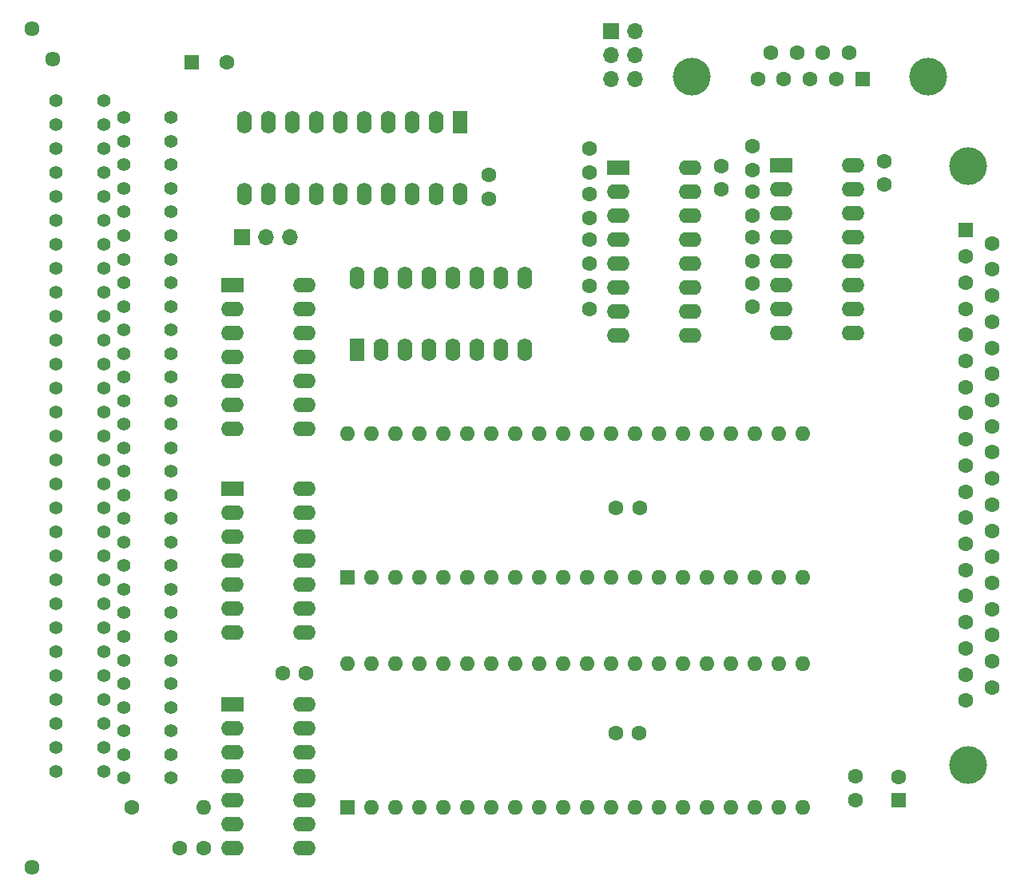
<source format=gbr>
%TF.GenerationSoftware,KiCad,Pcbnew,(5.1.10)-1*%
%TF.CreationDate,2025-03-09T14:01:04+01:00*%
%TF.ProjectId,EA-Modul,45412d4d-6f64-4756-9c2e-6b696361645f,rev?*%
%TF.SameCoordinates,Original*%
%TF.FileFunction,Soldermask,Top*%
%TF.FilePolarity,Negative*%
%FSLAX46Y46*%
G04 Gerber Fmt 4.6, Leading zero omitted, Abs format (unit mm)*
G04 Created by KiCad (PCBNEW (5.1.10)-1) date 2025-03-09 14:01:04*
%MOMM*%
%LPD*%
G01*
G04 APERTURE LIST*
%ADD10O,1.600000X1.600000*%
%ADD11R,1.600000X1.600000*%
%ADD12C,1.600000*%
%ADD13O,2.400000X1.600000*%
%ADD14R,2.400000X1.600000*%
%ADD15O,1.600000X2.400000*%
%ADD16R,1.600000X2.400000*%
%ADD17C,4.000000*%
%ADD18O,1.700000X1.700000*%
%ADD19R,1.700000X1.700000*%
%ADD20C,1.610000*%
%ADD21C,1.400000*%
G04 APERTURE END LIST*
D10*
%TO.C,U3*%
X91694000Y-116332000D03*
X139954000Y-131572000D03*
X94234000Y-116332000D03*
X137414000Y-131572000D03*
X96774000Y-116332000D03*
X134874000Y-131572000D03*
X99314000Y-116332000D03*
X132334000Y-131572000D03*
X101854000Y-116332000D03*
X129794000Y-131572000D03*
X104394000Y-116332000D03*
X127254000Y-131572000D03*
X106934000Y-116332000D03*
X124714000Y-131572000D03*
X109474000Y-116332000D03*
X122174000Y-131572000D03*
X112014000Y-116332000D03*
X119634000Y-131572000D03*
X114554000Y-116332000D03*
X117094000Y-131572000D03*
X117094000Y-116332000D03*
X114554000Y-131572000D03*
X119634000Y-116332000D03*
X112014000Y-131572000D03*
X122174000Y-116332000D03*
X109474000Y-131572000D03*
X124714000Y-116332000D03*
X106934000Y-131572000D03*
X127254000Y-116332000D03*
X104394000Y-131572000D03*
X129794000Y-116332000D03*
X101854000Y-131572000D03*
X132334000Y-116332000D03*
X99314000Y-131572000D03*
X134874000Y-116332000D03*
X96774000Y-131572000D03*
X137414000Y-116332000D03*
X94234000Y-131572000D03*
X139954000Y-116332000D03*
D11*
X91694000Y-131572000D03*
%TD*%
D10*
%TO.C,R1*%
X76454000Y-131572000D03*
D12*
X68834000Y-131572000D03*
%TD*%
%TO.C,C18*%
X117348000Y-64222000D03*
X117348000Y-61722000D03*
%TD*%
%TO.C,C17*%
X134620000Y-63968000D03*
X134620000Y-61468000D03*
%TD*%
%TO.C,C16*%
X117348000Y-76240000D03*
X117348000Y-78740000D03*
%TD*%
%TO.C,C15*%
X134620000Y-75986000D03*
X134620000Y-78486000D03*
%TD*%
%TO.C,C14*%
X117348000Y-73874000D03*
X117348000Y-71374000D03*
%TD*%
%TO.C,C13*%
X134620000Y-73620000D03*
X134620000Y-71120000D03*
%TD*%
%TO.C,C12*%
X117348000Y-69048000D03*
X117348000Y-66548000D03*
%TD*%
%TO.C,C11*%
X134620000Y-68794000D03*
X134620000Y-66294000D03*
%TD*%
D13*
%TO.C,U9*%
X128016000Y-63754000D03*
X120396000Y-81534000D03*
X128016000Y-66294000D03*
X120396000Y-78994000D03*
X128016000Y-68834000D03*
X120396000Y-76454000D03*
X128016000Y-71374000D03*
X120396000Y-73914000D03*
X128016000Y-73914000D03*
X120396000Y-71374000D03*
X128016000Y-76454000D03*
X120396000Y-68834000D03*
X128016000Y-78994000D03*
X120396000Y-66294000D03*
X128016000Y-81534000D03*
D14*
X120396000Y-63754000D03*
%TD*%
D13*
%TO.C,U8*%
X145288000Y-63500000D03*
X137668000Y-81280000D03*
X145288000Y-66040000D03*
X137668000Y-78740000D03*
X145288000Y-68580000D03*
X137668000Y-76200000D03*
X145288000Y-71120000D03*
X137668000Y-73660000D03*
X145288000Y-73660000D03*
X137668000Y-71120000D03*
X145288000Y-76200000D03*
X137668000Y-68580000D03*
X145288000Y-78740000D03*
X137668000Y-66040000D03*
X145288000Y-81280000D03*
D14*
X137668000Y-63500000D03*
%TD*%
D13*
%TO.C,U7*%
X87122000Y-76200000D03*
X79502000Y-91440000D03*
X87122000Y-78740000D03*
X79502000Y-88900000D03*
X87122000Y-81280000D03*
X79502000Y-86360000D03*
X87122000Y-83820000D03*
X79502000Y-83820000D03*
X87122000Y-86360000D03*
X79502000Y-81280000D03*
X87122000Y-88900000D03*
X79502000Y-78740000D03*
X87122000Y-91440000D03*
D14*
X79502000Y-76200000D03*
%TD*%
D15*
%TO.C,U6*%
X92710000Y-75438000D03*
X110490000Y-83058000D03*
X95250000Y-75438000D03*
X107950000Y-83058000D03*
X97790000Y-75438000D03*
X105410000Y-83058000D03*
X100330000Y-75438000D03*
X102870000Y-83058000D03*
X102870000Y-75438000D03*
X100330000Y-83058000D03*
X105410000Y-75438000D03*
X97790000Y-83058000D03*
X107950000Y-75438000D03*
X95250000Y-83058000D03*
X110490000Y-75438000D03*
D16*
X92710000Y-83058000D03*
%TD*%
D13*
%TO.C,U5*%
X87122000Y-120650000D03*
X79502000Y-135890000D03*
X87122000Y-123190000D03*
X79502000Y-133350000D03*
X87122000Y-125730000D03*
X79502000Y-130810000D03*
X87122000Y-128270000D03*
X79502000Y-128270000D03*
X87122000Y-130810000D03*
X79502000Y-125730000D03*
X87122000Y-133350000D03*
X79502000Y-123190000D03*
X87122000Y-135890000D03*
D14*
X79502000Y-120650000D03*
%TD*%
D13*
%TO.C,U4*%
X87122000Y-97790000D03*
X79502000Y-113030000D03*
X87122000Y-100330000D03*
X79502000Y-110490000D03*
X87122000Y-102870000D03*
X79502000Y-107950000D03*
X87122000Y-105410000D03*
X79502000Y-105410000D03*
X87122000Y-107950000D03*
X79502000Y-102870000D03*
X87122000Y-110490000D03*
X79502000Y-100330000D03*
X87122000Y-113030000D03*
D14*
X79502000Y-97790000D03*
%TD*%
D10*
%TO.C,U2*%
X91694000Y-91948000D03*
X139954000Y-107188000D03*
X94234000Y-91948000D03*
X137414000Y-107188000D03*
X96774000Y-91948000D03*
X134874000Y-107188000D03*
X99314000Y-91948000D03*
X132334000Y-107188000D03*
X101854000Y-91948000D03*
X129794000Y-107188000D03*
X104394000Y-91948000D03*
X127254000Y-107188000D03*
X106934000Y-91948000D03*
X124714000Y-107188000D03*
X109474000Y-91948000D03*
X122174000Y-107188000D03*
X112014000Y-91948000D03*
X119634000Y-107188000D03*
X114554000Y-91948000D03*
X117094000Y-107188000D03*
X117094000Y-91948000D03*
X114554000Y-107188000D03*
X119634000Y-91948000D03*
X112014000Y-107188000D03*
X122174000Y-91948000D03*
X109474000Y-107188000D03*
X124714000Y-91948000D03*
X106934000Y-107188000D03*
X127254000Y-91948000D03*
X104394000Y-107188000D03*
X129794000Y-91948000D03*
X101854000Y-107188000D03*
X132334000Y-91948000D03*
X99314000Y-107188000D03*
X134874000Y-91948000D03*
X96774000Y-107188000D03*
X137414000Y-91948000D03*
X94234000Y-107188000D03*
X139954000Y-91948000D03*
D11*
X91694000Y-107188000D03*
%TD*%
D15*
%TO.C,U1*%
X103632000Y-66548000D03*
X80772000Y-58928000D03*
X101092000Y-66548000D03*
X83312000Y-58928000D03*
X98552000Y-66548000D03*
X85852000Y-58928000D03*
X96012000Y-66548000D03*
X88392000Y-58928000D03*
X93472000Y-66548000D03*
X90932000Y-58928000D03*
X90932000Y-66548000D03*
X93472000Y-58928000D03*
X88392000Y-66548000D03*
X96012000Y-58928000D03*
X85852000Y-66548000D03*
X98552000Y-58928000D03*
X83312000Y-66548000D03*
X101092000Y-58928000D03*
X80772000Y-66548000D03*
D16*
X103632000Y-58928000D03*
%TD*%
D17*
%TO.C,J4*%
X128264000Y-54056000D03*
X153264000Y-54056000D03*
D12*
X136609000Y-51516000D03*
X139379000Y-51516000D03*
X142149000Y-51516000D03*
X144919000Y-51516000D03*
X135224000Y-54356000D03*
X137994000Y-54356000D03*
X140764000Y-54356000D03*
X143534000Y-54356000D03*
D11*
X146304000Y-54356000D03*
%TD*%
D18*
%TO.C,J3*%
X122174000Y-54356000D03*
X119634000Y-54356000D03*
X122174000Y-51816000D03*
X119634000Y-51816000D03*
X122174000Y-49276000D03*
D19*
X119634000Y-49276000D03*
%TD*%
D18*
%TO.C,J2*%
X85598000Y-71120000D03*
X83058000Y-71120000D03*
D19*
X80518000Y-71120000D03*
%TD*%
D17*
%TO.C,J1*%
X157526000Y-63538000D03*
X157526000Y-127038000D03*
D12*
X160066000Y-118833000D03*
X160066000Y-116063000D03*
X160066000Y-113293000D03*
X160066000Y-110523000D03*
X160066000Y-107753000D03*
X160066000Y-104983000D03*
X160066000Y-102213000D03*
X160066000Y-99443000D03*
X160066000Y-96673000D03*
X160066000Y-93903000D03*
X160066000Y-91133000D03*
X160066000Y-88363000D03*
X160066000Y-85593000D03*
X160066000Y-82823000D03*
X160066000Y-80053000D03*
X160066000Y-77283000D03*
X160066000Y-74513000D03*
X160066000Y-71743000D03*
X157226000Y-120218000D03*
X157226000Y-117448000D03*
X157226000Y-114678000D03*
X157226000Y-111908000D03*
X157226000Y-109138000D03*
X157226000Y-106368000D03*
X157226000Y-103598000D03*
X157226000Y-100828000D03*
X157226000Y-98058000D03*
X157226000Y-95288000D03*
X157226000Y-92518000D03*
X157226000Y-89748000D03*
X157226000Y-86978000D03*
X157226000Y-84208000D03*
X157226000Y-81438000D03*
X157226000Y-78668000D03*
X157226000Y-75898000D03*
X157226000Y-73128000D03*
D11*
X157226000Y-70358000D03*
%TD*%
D12*
%TO.C,C10*%
X122682000Y-99822000D03*
X120182000Y-99822000D03*
%TD*%
%TO.C,C9*%
X106680000Y-67016000D03*
X106680000Y-64516000D03*
%TD*%
%TO.C,C8*%
X145542000Y-130770000D03*
X145542000Y-128270000D03*
%TD*%
%TO.C,C7*%
X148590000Y-63032000D03*
X148590000Y-65532000D03*
%TD*%
%TO.C,C6*%
X150114000Y-128310000D03*
D11*
X150114000Y-130810000D03*
%TD*%
D12*
%TO.C,C5*%
X122642000Y-123698000D03*
X120142000Y-123698000D03*
%TD*%
%TO.C,C4*%
X73954000Y-135890000D03*
X76454000Y-135890000D03*
%TD*%
%TO.C,C3*%
X87336000Y-117348000D03*
X84836000Y-117348000D03*
%TD*%
%TO.C,C2*%
X131318000Y-63540000D03*
X131318000Y-66040000D03*
%TD*%
%TO.C,C1*%
X78984000Y-52578000D03*
D11*
X75184000Y-52578000D03*
%TD*%
D20*
%TO.C,X1*%
X58293600Y-48970000D03*
X58293600Y-137870000D03*
D21*
X60833600Y-56590000D03*
X60833600Y-59130000D03*
X60833600Y-64210000D03*
X60833600Y-66750000D03*
X60833600Y-69290000D03*
X60833600Y-71830000D03*
X60833600Y-74370000D03*
X60833600Y-76910000D03*
X60833600Y-79450000D03*
X60833600Y-81990000D03*
X60833600Y-84530000D03*
X60833600Y-87070000D03*
X60833600Y-89610000D03*
X60833600Y-92150000D03*
X60833600Y-94690000D03*
X60833600Y-97230000D03*
X60833600Y-99770000D03*
X60833600Y-102310000D03*
X60833600Y-104850000D03*
X60833600Y-107390000D03*
X60833600Y-109930000D03*
X60833600Y-112470000D03*
X60833600Y-115010000D03*
X60833600Y-117550000D03*
X60833600Y-120090000D03*
X60833600Y-122630000D03*
X60833600Y-125170000D03*
X60833600Y-127710000D03*
X65913600Y-56590000D03*
X65913600Y-59130000D03*
X65913600Y-61670000D03*
X65913600Y-64210000D03*
X65913600Y-66750000D03*
X65913600Y-69290000D03*
X65913600Y-71830000D03*
X65913600Y-74370000D03*
X65913600Y-76910000D03*
X65913600Y-79450000D03*
X65913600Y-81990000D03*
X65913600Y-84530000D03*
X65913600Y-87070000D03*
X65913600Y-89610000D03*
X65913600Y-92150000D03*
X65913600Y-94690000D03*
X65913600Y-97230000D03*
X65913600Y-99770000D03*
X65913600Y-102310000D03*
X65913600Y-104850000D03*
X65913600Y-107390000D03*
X65913600Y-109930000D03*
X65913600Y-112470000D03*
X65913600Y-115010000D03*
X65913600Y-117550000D03*
X65913600Y-120090000D03*
X65913600Y-122630000D03*
X65913600Y-125170000D03*
X65913600Y-127710000D03*
D20*
X60525000Y-52170000D03*
D21*
X73025000Y-58420000D03*
X73025000Y-60920000D03*
X73025000Y-63420000D03*
X73025000Y-65920000D03*
X73025000Y-68420000D03*
X73025000Y-70920000D03*
X73025000Y-73420000D03*
X73025000Y-75920000D03*
X73025000Y-78420000D03*
X73025000Y-80920000D03*
X73025000Y-83420000D03*
X73025000Y-85920000D03*
X73025000Y-88420000D03*
X73025000Y-90920000D03*
X73025000Y-93420000D03*
X73025000Y-95920000D03*
X73025000Y-98420000D03*
X73025000Y-100920000D03*
X73025000Y-103420000D03*
X73025000Y-105920000D03*
X73025000Y-108420000D03*
X73025000Y-110920000D03*
X73025000Y-113420000D03*
X73025000Y-115920000D03*
X73025000Y-118420000D03*
X73025000Y-120920000D03*
X73025000Y-123420000D03*
X73025000Y-125920000D03*
X73025000Y-128420000D03*
X68025000Y-58420000D03*
X68025000Y-60920000D03*
X68025000Y-63420000D03*
X68025000Y-65920000D03*
X68025000Y-68420000D03*
X68025000Y-70920000D03*
X68025000Y-73420000D03*
X68025000Y-75920000D03*
X68025000Y-78420000D03*
X68025000Y-80920000D03*
X68025000Y-83420000D03*
X68025000Y-85920000D03*
X68025000Y-88420000D03*
X68025000Y-90920000D03*
X68025000Y-93420000D03*
X68025000Y-95920000D03*
X68025000Y-98420000D03*
X68025000Y-100920000D03*
X68025000Y-103420000D03*
X68025000Y-105920000D03*
X68025000Y-108420000D03*
X68025000Y-110920000D03*
X68025000Y-113420000D03*
X68025000Y-115920000D03*
X68025000Y-118420000D03*
X68025000Y-120920000D03*
X68025000Y-123420000D03*
X68025000Y-125920000D03*
X68025000Y-128420000D03*
X60833600Y-61670000D03*
%TD*%
M02*

</source>
